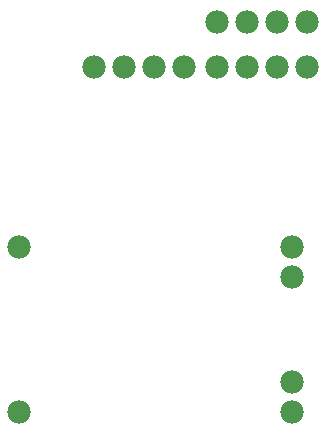
<source format=gbl>
G04 MADE WITH FRITZING*
G04 WWW.FRITZING.ORG*
G04 DOUBLE SIDED*
G04 HOLES PLATED*
G04 CONTOUR ON CENTER OF CONTOUR VECTOR*
%ASAXBY*%
%FSLAX23Y23*%
%MOIN*%
%OFA0B0*%
%SFA1.0B1.0*%
%ADD10C,0.078000*%
%LNCOPPER0*%
G90*
G70*
G54D10*
X748Y1398D03*
X848Y1398D03*
X948Y1398D03*
X1048Y1398D03*
X1048Y1248D03*
X948Y1248D03*
X848Y1248D03*
X748Y1248D03*
X1048Y1248D03*
X948Y1248D03*
X848Y1248D03*
X748Y1248D03*
X339Y1248D03*
X439Y1248D03*
X539Y1248D03*
X639Y1248D03*
X89Y648D03*
X89Y97D03*
X998Y648D03*
X998Y548D03*
X998Y197D03*
X998Y97D03*
G04 End of Copper0*
M02*
</source>
